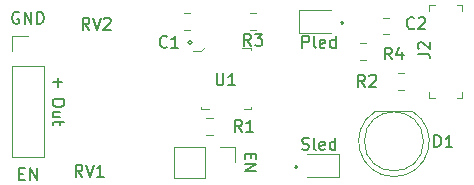
<source format=gbr>
G04 #@! TF.GenerationSoftware,KiCad,Pcbnew,5.1.5-52549c5~86~ubuntu16.04.1*
G04 #@! TF.CreationDate,2020-11-24T12:51:21+05:30*
G04 #@! TF.ProjectId,IR_Sensor_Module_555_V1.0,49525f53-656e-4736-9f72-5f4d6f64756c,V1.0*
G04 #@! TF.SameCoordinates,Original*
G04 #@! TF.FileFunction,Legend,Top*
G04 #@! TF.FilePolarity,Positive*
%FSLAX46Y46*%
G04 Gerber Fmt 4.6, Leading zero omitted, Abs format (unit mm)*
G04 Created by KiCad (PCBNEW 5.1.5-52549c5~86~ubuntu16.04.1) date 2020-11-24 12:51:21*
%MOMM*%
%LPD*%
G04 APERTURE LIST*
%ADD10C,0.250000*%
%ADD11C,0.150000*%
%ADD12C,0.200000*%
%ADD13C,0.120000*%
%ADD14C,0.100000*%
G04 APERTURE END LIST*
D10*
X128676400Y-101626942D02*
X128724019Y-101674561D01*
X128676400Y-101722180D01*
X128628780Y-101674561D01*
X128676400Y-101626942D01*
X128676400Y-101722180D01*
X124764800Y-113869742D02*
X124812419Y-113917361D01*
X124764800Y-113964980D01*
X124717180Y-113917361D01*
X124764800Y-113869742D01*
X124764800Y-113964980D01*
D11*
X125341238Y-103830380D02*
X125341238Y-102830380D01*
X125722190Y-102830380D01*
X125817428Y-102878000D01*
X125865047Y-102925619D01*
X125912666Y-103020857D01*
X125912666Y-103163714D01*
X125865047Y-103258952D01*
X125817428Y-103306571D01*
X125722190Y-103354190D01*
X125341238Y-103354190D01*
X126484095Y-103830380D02*
X126388857Y-103782761D01*
X126341238Y-103687523D01*
X126341238Y-102830380D01*
X127246000Y-103782761D02*
X127150761Y-103830380D01*
X126960285Y-103830380D01*
X126865047Y-103782761D01*
X126817428Y-103687523D01*
X126817428Y-103306571D01*
X126865047Y-103211333D01*
X126960285Y-103163714D01*
X127150761Y-103163714D01*
X127246000Y-103211333D01*
X127293619Y-103306571D01*
X127293619Y-103401809D01*
X126817428Y-103497047D01*
X128150761Y-103830380D02*
X128150761Y-102830380D01*
X128150761Y-103782761D02*
X128055523Y-103830380D01*
X127865047Y-103830380D01*
X127769809Y-103782761D01*
X127722190Y-103735142D01*
X127674571Y-103639904D01*
X127674571Y-103354190D01*
X127722190Y-103258952D01*
X127769809Y-103211333D01*
X127865047Y-103163714D01*
X128055523Y-103163714D01*
X128150761Y-103211333D01*
X125317428Y-112418761D02*
X125460285Y-112466380D01*
X125698380Y-112466380D01*
X125793619Y-112418761D01*
X125841238Y-112371142D01*
X125888857Y-112275904D01*
X125888857Y-112180666D01*
X125841238Y-112085428D01*
X125793619Y-112037809D01*
X125698380Y-111990190D01*
X125507904Y-111942571D01*
X125412666Y-111894952D01*
X125365047Y-111847333D01*
X125317428Y-111752095D01*
X125317428Y-111656857D01*
X125365047Y-111561619D01*
X125412666Y-111514000D01*
X125507904Y-111466380D01*
X125746000Y-111466380D01*
X125888857Y-111514000D01*
X126460285Y-112466380D02*
X126365047Y-112418761D01*
X126317428Y-112323523D01*
X126317428Y-111466380D01*
X127222190Y-112418761D02*
X127126952Y-112466380D01*
X126936476Y-112466380D01*
X126841238Y-112418761D01*
X126793619Y-112323523D01*
X126793619Y-111942571D01*
X126841238Y-111847333D01*
X126936476Y-111799714D01*
X127126952Y-111799714D01*
X127222190Y-111847333D01*
X127269809Y-111942571D01*
X127269809Y-112037809D01*
X126793619Y-112133047D01*
X128126952Y-112466380D02*
X128126952Y-111466380D01*
X128126952Y-112418761D02*
X128031714Y-112466380D01*
X127841238Y-112466380D01*
X127746000Y-112418761D01*
X127698380Y-112371142D01*
X127650761Y-112275904D01*
X127650761Y-111990190D01*
X127698380Y-111894952D01*
X127746000Y-111847333D01*
X127841238Y-111799714D01*
X128031714Y-111799714D01*
X128126952Y-111847333D01*
X120975428Y-112799904D02*
X120975428Y-113133238D01*
X120451619Y-113276095D02*
X120451619Y-112799904D01*
X121451619Y-112799904D01*
X121451619Y-113276095D01*
X120451619Y-113704666D02*
X121451619Y-113704666D01*
X120451619Y-114276095D01*
X121451619Y-114276095D01*
X105028952Y-106751428D02*
X104267047Y-106751428D01*
X104648000Y-107132380D02*
X104648000Y-106370476D01*
X101346095Y-100846000D02*
X101250857Y-100798380D01*
X101108000Y-100798380D01*
X100965142Y-100846000D01*
X100869904Y-100941238D01*
X100822285Y-101036476D01*
X100774666Y-101226952D01*
X100774666Y-101369809D01*
X100822285Y-101560285D01*
X100869904Y-101655523D01*
X100965142Y-101750761D01*
X101108000Y-101798380D01*
X101203238Y-101798380D01*
X101346095Y-101750761D01*
X101393714Y-101703142D01*
X101393714Y-101369809D01*
X101203238Y-101369809D01*
X101822285Y-101798380D02*
X101822285Y-100798380D01*
X102393714Y-101798380D01*
X102393714Y-100798380D01*
X102869904Y-101798380D02*
X102869904Y-100798380D01*
X103108000Y-100798380D01*
X103250857Y-100846000D01*
X103346095Y-100941238D01*
X103393714Y-101036476D01*
X103441333Y-101226952D01*
X103441333Y-101369809D01*
X103393714Y-101560285D01*
X103346095Y-101655523D01*
X103250857Y-101750761D01*
X103108000Y-101798380D01*
X102869904Y-101798380D01*
X105195619Y-108386666D02*
X105195619Y-108577142D01*
X105148000Y-108672380D01*
X105052761Y-108767619D01*
X104862285Y-108815238D01*
X104528952Y-108815238D01*
X104338476Y-108767619D01*
X104243238Y-108672380D01*
X104195619Y-108577142D01*
X104195619Y-108386666D01*
X104243238Y-108291428D01*
X104338476Y-108196190D01*
X104528952Y-108148571D01*
X104862285Y-108148571D01*
X105052761Y-108196190D01*
X105148000Y-108291428D01*
X105195619Y-108386666D01*
X104862285Y-109672380D02*
X104195619Y-109672380D01*
X104862285Y-109243809D02*
X104338476Y-109243809D01*
X104243238Y-109291428D01*
X104195619Y-109386666D01*
X104195619Y-109529523D01*
X104243238Y-109624761D01*
X104290857Y-109672380D01*
X104862285Y-110005714D02*
X104862285Y-110386666D01*
X105195619Y-110148571D02*
X104338476Y-110148571D01*
X104243238Y-110196190D01*
X104195619Y-110291428D01*
X104195619Y-110386666D01*
X101369904Y-114482571D02*
X101703238Y-114482571D01*
X101846095Y-115006380D02*
X101369904Y-115006380D01*
X101369904Y-114006380D01*
X101846095Y-114006380D01*
X102274666Y-115006380D02*
X102274666Y-114006380D01*
X102846095Y-115006380D01*
X102846095Y-114006380D01*
D12*
X115974000Y-103378000D02*
G75*
G03X115974000Y-103378000I-150000J0D01*
G01*
D13*
X100778000Y-102810000D02*
X102108000Y-102810000D01*
X100778000Y-104140000D02*
X100778000Y-102810000D01*
X100778000Y-105410000D02*
X103438000Y-105410000D01*
X103438000Y-105410000D02*
X103438000Y-113090000D01*
X100778000Y-105410000D02*
X100778000Y-113090000D01*
X100778000Y-113090000D02*
X103438000Y-113090000D01*
D14*
X116772000Y-104106000D02*
X116072000Y-104106000D01*
X117072000Y-103806000D02*
X116772000Y-104106000D01*
X120972000Y-103826000D02*
X120972000Y-104026000D01*
X120272000Y-103826000D02*
X120972000Y-103826000D01*
X120972000Y-109026000D02*
X120372000Y-109026000D01*
X120972000Y-108826000D02*
X120972000Y-109026000D01*
X116772000Y-109026000D02*
X117472000Y-109026000D01*
X116772000Y-108826000D02*
X116772000Y-109026000D01*
D13*
X130218922Y-104850000D02*
X130736078Y-104850000D01*
X130218922Y-103430000D02*
X130736078Y-103430000D01*
X121416578Y-100890000D02*
X120899422Y-100890000D01*
X121416578Y-102310000D02*
X120899422Y-102310000D01*
X133423922Y-107390000D02*
X133941078Y-107390000D01*
X133423922Y-105970000D02*
X133941078Y-105970000D01*
X117222157Y-111200000D02*
X117739313Y-111200000D01*
X117222157Y-109780000D02*
X117739313Y-109780000D01*
X119666591Y-112208000D02*
X119666591Y-113538000D01*
X118336591Y-112208000D02*
X119666591Y-112208000D01*
X117066591Y-112208000D02*
X117066591Y-114868000D01*
X117066591Y-114868000D02*
X114466591Y-114868000D01*
X117066591Y-112208000D02*
X114466591Y-112208000D01*
X114466591Y-112208000D02*
X114466591Y-114868000D01*
D14*
X136099406Y-100220003D02*
X136099406Y-100720003D01*
X136099406Y-100220003D02*
X136599406Y-100220003D01*
X136099406Y-108120003D02*
X136099406Y-107620003D01*
X136099406Y-108120003D02*
X136599406Y-108120003D01*
X138899406Y-108120003D02*
X138399406Y-108120003D01*
X138899406Y-108120003D02*
X138899406Y-107620003D01*
X138899406Y-100220003D02*
X138899406Y-100720003D01*
X138899406Y-100220003D02*
X138399406Y-100220003D01*
D13*
X125061000Y-102566880D02*
X127746000Y-102566880D01*
X125061000Y-100646880D02*
X125061000Y-102566880D01*
X127746000Y-100646880D02*
X125061000Y-100646880D01*
X128431000Y-112832000D02*
X125746000Y-112832000D01*
X128431000Y-114752000D02*
X128431000Y-112832000D01*
X125746000Y-114752000D02*
X128431000Y-114752000D01*
X134641000Y-109200000D02*
X131551000Y-109200000D01*
X135596000Y-111760000D02*
G75*
G03X135596000Y-111760000I-2500000J0D01*
G01*
X133096462Y-114750000D02*
G75*
G02X131551170Y-109200000I-462J2990000D01*
G01*
X133095538Y-114750000D02*
G75*
G03X134640830Y-109200000I462J2990000D01*
G01*
X132679334Y-101285166D02*
X132162178Y-101285166D01*
X132679334Y-102705166D02*
X132162178Y-102705166D01*
X115311422Y-102310000D02*
X115828578Y-102310000D01*
X115311422Y-100890000D02*
X115828578Y-100890000D01*
D11*
X106719761Y-114752380D02*
X106386428Y-114276190D01*
X106148333Y-114752380D02*
X106148333Y-113752380D01*
X106529285Y-113752380D01*
X106624523Y-113800000D01*
X106672142Y-113847619D01*
X106719761Y-113942857D01*
X106719761Y-114085714D01*
X106672142Y-114180952D01*
X106624523Y-114228571D01*
X106529285Y-114276190D01*
X106148333Y-114276190D01*
X107005476Y-113752380D02*
X107338809Y-114752380D01*
X107672142Y-113752380D01*
X108529285Y-114752380D02*
X107957857Y-114752380D01*
X108243571Y-114752380D02*
X108243571Y-113752380D01*
X108148333Y-113895238D01*
X108053095Y-113990476D01*
X107957857Y-114038095D01*
X107303961Y-102306380D02*
X106970628Y-101830190D01*
X106732533Y-102306380D02*
X106732533Y-101306380D01*
X107113485Y-101306380D01*
X107208723Y-101354000D01*
X107256342Y-101401619D01*
X107303961Y-101496857D01*
X107303961Y-101639714D01*
X107256342Y-101734952D01*
X107208723Y-101782571D01*
X107113485Y-101830190D01*
X106732533Y-101830190D01*
X107589676Y-101306380D02*
X107923009Y-102306380D01*
X108256342Y-101306380D01*
X108542057Y-101401619D02*
X108589676Y-101354000D01*
X108684914Y-101306380D01*
X108923009Y-101306380D01*
X109018247Y-101354000D01*
X109065866Y-101401619D01*
X109113485Y-101496857D01*
X109113485Y-101592095D01*
X109065866Y-101734952D01*
X108494438Y-102306380D01*
X109113485Y-102306380D01*
X118084695Y-106005380D02*
X118084695Y-106814904D01*
X118132314Y-106910142D01*
X118179933Y-106957761D01*
X118275171Y-107005380D01*
X118465647Y-107005380D01*
X118560885Y-106957761D01*
X118608504Y-106910142D01*
X118656123Y-106814904D01*
X118656123Y-106005380D01*
X119656123Y-107005380D02*
X119084695Y-107005380D01*
X119370409Y-107005380D02*
X119370409Y-106005380D01*
X119275171Y-106148238D01*
X119179933Y-106243476D01*
X119084695Y-106291095D01*
X132929333Y-104820980D02*
X132596000Y-104344790D01*
X132357904Y-104820980D02*
X132357904Y-103820980D01*
X132738857Y-103820980D01*
X132834095Y-103868600D01*
X132881714Y-103916219D01*
X132929333Y-104011457D01*
X132929333Y-104154314D01*
X132881714Y-104249552D01*
X132834095Y-104297171D01*
X132738857Y-104344790D01*
X132357904Y-104344790D01*
X133786476Y-104154314D02*
X133786476Y-104820980D01*
X133548380Y-103773361D02*
X133310285Y-104487647D01*
X133929333Y-104487647D01*
X120991333Y-103654980D02*
X120658000Y-103178790D01*
X120419904Y-103654980D02*
X120419904Y-102654980D01*
X120800857Y-102654980D01*
X120896095Y-102702600D01*
X120943714Y-102750219D01*
X120991333Y-102845457D01*
X120991333Y-102988314D01*
X120943714Y-103083552D01*
X120896095Y-103131171D01*
X120800857Y-103178790D01*
X120419904Y-103178790D01*
X121324666Y-102654980D02*
X121943714Y-102654980D01*
X121610380Y-103035933D01*
X121753238Y-103035933D01*
X121848476Y-103083552D01*
X121896095Y-103131171D01*
X121943714Y-103226409D01*
X121943714Y-103464504D01*
X121896095Y-103559742D01*
X121848476Y-103607361D01*
X121753238Y-103654980D01*
X121467523Y-103654980D01*
X121372285Y-103607361D01*
X121324666Y-103559742D01*
X130643333Y-107132380D02*
X130310000Y-106656190D01*
X130071904Y-107132380D02*
X130071904Y-106132380D01*
X130452857Y-106132380D01*
X130548095Y-106180000D01*
X130595714Y-106227619D01*
X130643333Y-106322857D01*
X130643333Y-106465714D01*
X130595714Y-106560952D01*
X130548095Y-106608571D01*
X130452857Y-106656190D01*
X130071904Y-106656190D01*
X131024285Y-106227619D02*
X131071904Y-106180000D01*
X131167142Y-106132380D01*
X131405238Y-106132380D01*
X131500476Y-106180000D01*
X131548095Y-106227619D01*
X131595714Y-106322857D01*
X131595714Y-106418095D01*
X131548095Y-106560952D01*
X130976666Y-107132380D01*
X131595714Y-107132380D01*
X120229333Y-110944191D02*
X119896000Y-110468001D01*
X119657904Y-110944191D02*
X119657904Y-109944191D01*
X120038857Y-109944191D01*
X120134095Y-109991811D01*
X120181714Y-110039430D01*
X120229333Y-110134668D01*
X120229333Y-110277525D01*
X120181714Y-110372763D01*
X120134095Y-110420382D01*
X120038857Y-110468001D01*
X119657904Y-110468001D01*
X121181714Y-110944191D02*
X120610285Y-110944191D01*
X120896000Y-110944191D02*
X120896000Y-109944191D01*
X120800761Y-110087049D01*
X120705523Y-110182287D01*
X120610285Y-110229906D01*
X135113780Y-104346333D02*
X135828066Y-104346333D01*
X135970923Y-104393952D01*
X136066161Y-104489190D01*
X136113780Y-104632047D01*
X136113780Y-104727285D01*
X135209019Y-103917761D02*
X135161400Y-103870142D01*
X135113780Y-103774904D01*
X135113780Y-103536809D01*
X135161400Y-103441571D01*
X135209019Y-103393952D01*
X135304257Y-103346333D01*
X135399495Y-103346333D01*
X135542352Y-103393952D01*
X136113780Y-103965380D01*
X136113780Y-103346333D01*
X136523504Y-112237780D02*
X136523504Y-111237780D01*
X136761600Y-111237780D01*
X136904457Y-111285400D01*
X136999695Y-111380638D01*
X137047314Y-111475876D01*
X137094933Y-111666352D01*
X137094933Y-111809209D01*
X137047314Y-111999685D01*
X136999695Y-112094923D01*
X136904457Y-112190161D01*
X136761600Y-112237780D01*
X136523504Y-112237780D01*
X138047314Y-112237780D02*
X137475885Y-112237780D01*
X137761600Y-112237780D02*
X137761600Y-111237780D01*
X137666361Y-111380638D01*
X137571123Y-111475876D01*
X137475885Y-111523495D01*
X134808933Y-102160342D02*
X134761314Y-102207961D01*
X134618457Y-102255580D01*
X134523219Y-102255580D01*
X134380361Y-102207961D01*
X134285123Y-102112723D01*
X134237504Y-102017485D01*
X134189885Y-101827009D01*
X134189885Y-101684152D01*
X134237504Y-101493676D01*
X134285123Y-101398438D01*
X134380361Y-101303200D01*
X134523219Y-101255580D01*
X134618457Y-101255580D01*
X134761314Y-101303200D01*
X134808933Y-101350819D01*
X135189885Y-101350819D02*
X135237504Y-101303200D01*
X135332742Y-101255580D01*
X135570838Y-101255580D01*
X135666076Y-101303200D01*
X135713695Y-101350819D01*
X135761314Y-101446057D01*
X135761314Y-101541295D01*
X135713695Y-101684152D01*
X135142266Y-102255580D01*
X135761314Y-102255580D01*
X113879333Y-103735142D02*
X113831714Y-103782761D01*
X113688857Y-103830380D01*
X113593619Y-103830380D01*
X113450761Y-103782761D01*
X113355523Y-103687523D01*
X113307904Y-103592285D01*
X113260285Y-103401809D01*
X113260285Y-103258952D01*
X113307904Y-103068476D01*
X113355523Y-102973238D01*
X113450761Y-102878000D01*
X113593619Y-102830380D01*
X113688857Y-102830380D01*
X113831714Y-102878000D01*
X113879333Y-102925619D01*
X114831714Y-103830380D02*
X114260285Y-103830380D01*
X114546000Y-103830380D02*
X114546000Y-102830380D01*
X114450761Y-102973238D01*
X114355523Y-103068476D01*
X114260285Y-103116095D01*
M02*

</source>
